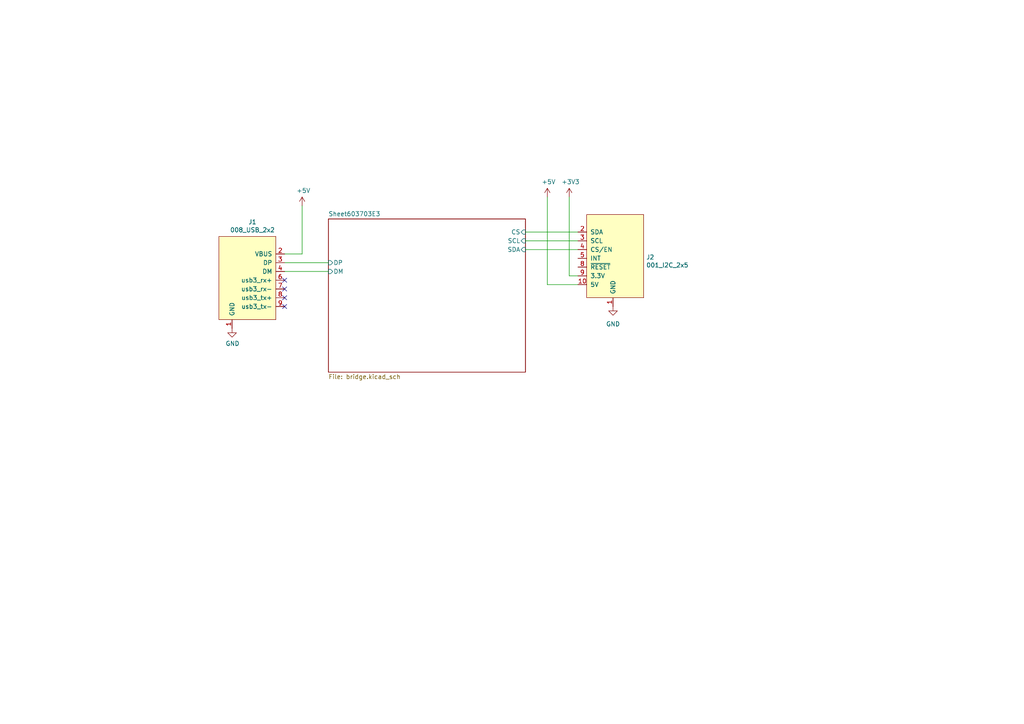
<source format=kicad_sch>
(kicad_sch (version 20211123) (generator eeschema)

  (uuid 75286985-9fa5-4d30-89c5-493b6e63cd66)

  (paper "A4")

  (lib_symbols
    (symbol "power:+3.3V" (power) (pin_names (offset 0)) (in_bom yes) (on_board yes)
      (property "Reference" "#PWR" (id 0) (at 0 -3.81 0)
        (effects (font (size 1.27 1.27)) hide)
      )
      (property "Value" "+3.3V" (id 1) (at 0 3.556 0)
        (effects (font (size 1.27 1.27)))
      )
      (property "Footprint" "" (id 2) (at 0 0 0)
        (effects (font (size 1.27 1.27)) hide)
      )
      (property "Datasheet" "" (id 3) (at 0 0 0)
        (effects (font (size 1.27 1.27)) hide)
      )
      (property "ki_keywords" "power-flag" (id 4) (at 0 0 0)
        (effects (font (size 1.27 1.27)) hide)
      )
      (property "ki_description" "Power symbol creates a global label with name \"+3.3V\"" (id 5) (at 0 0 0)
        (effects (font (size 1.27 1.27)) hide)
      )
      (symbol "+3.3V_0_1"
        (polyline
          (pts
            (xy -0.762 1.27)
            (xy 0 2.54)
          )
          (stroke (width 0) (type default) (color 0 0 0 0))
          (fill (type none))
        )
        (polyline
          (pts
            (xy 0 0)
            (xy 0 2.54)
          )
          (stroke (width 0) (type default) (color 0 0 0 0))
          (fill (type none))
        )
        (polyline
          (pts
            (xy 0 2.54)
            (xy 0.762 1.27)
          )
          (stroke (width 0) (type default) (color 0 0 0 0))
          (fill (type none))
        )
      )
      (symbol "+3.3V_1_1"
        (pin power_in line (at 0 0 90) (length 0) hide
          (name "+3V3" (effects (font (size 1.27 1.27))))
          (number "1" (effects (font (size 1.27 1.27))))
        )
      )
    )
    (symbol "power:+5V" (power) (pin_names (offset 0)) (in_bom yes) (on_board yes)
      (property "Reference" "#PWR" (id 0) (at 0 -3.81 0)
        (effects (font (size 1.27 1.27)) hide)
      )
      (property "Value" "+5V" (id 1) (at 0 3.556 0)
        (effects (font (size 1.27 1.27)))
      )
      (property "Footprint" "" (id 2) (at 0 0 0)
        (effects (font (size 1.27 1.27)) hide)
      )
      (property "Datasheet" "" (id 3) (at 0 0 0)
        (effects (font (size 1.27 1.27)) hide)
      )
      (property "ki_keywords" "power-flag" (id 4) (at 0 0 0)
        (effects (font (size 1.27 1.27)) hide)
      )
      (property "ki_description" "Power symbol creates a global label with name \"+5V\"" (id 5) (at 0 0 0)
        (effects (font (size 1.27 1.27)) hide)
      )
      (symbol "+5V_0_1"
        (polyline
          (pts
            (xy -0.762 1.27)
            (xy 0 2.54)
          )
          (stroke (width 0) (type default) (color 0 0 0 0))
          (fill (type none))
        )
        (polyline
          (pts
            (xy 0 0)
            (xy 0 2.54)
          )
          (stroke (width 0) (type default) (color 0 0 0 0))
          (fill (type none))
        )
        (polyline
          (pts
            (xy 0 2.54)
            (xy 0.762 1.27)
          )
          (stroke (width 0) (type default) (color 0 0 0 0))
          (fill (type none))
        )
      )
      (symbol "+5V_1_1"
        (pin power_in line (at 0 0 90) (length 0) hide
          (name "+5V" (effects (font (size 1.27 1.27))))
          (number "1" (effects (font (size 1.27 1.27))))
        )
      )
    )
    (symbol "power:GND" (power) (pin_names (offset 0)) (in_bom yes) (on_board yes)
      (property "Reference" "#PWR" (id 0) (at 0 -6.35 0)
        (effects (font (size 1.27 1.27)) hide)
      )
      (property "Value" "GND" (id 1) (at 0 -3.81 0)
        (effects (font (size 1.27 1.27)))
      )
      (property "Footprint" "" (id 2) (at 0 0 0)
        (effects (font (size 1.27 1.27)) hide)
      )
      (property "Datasheet" "" (id 3) (at 0 0 0)
        (effects (font (size 1.27 1.27)) hide)
      )
      (property "ki_keywords" "power-flag" (id 4) (at 0 0 0)
        (effects (font (size 1.27 1.27)) hide)
      )
      (property "ki_description" "Power symbol creates a global label with name \"GND\" , ground" (id 5) (at 0 0 0)
        (effects (font (size 1.27 1.27)) hide)
      )
      (symbol "GND_0_1"
        (polyline
          (pts
            (xy 0 0)
            (xy 0 -1.27)
            (xy 1.27 -1.27)
            (xy 0 -2.54)
            (xy -1.27 -1.27)
            (xy 0 -1.27)
          )
          (stroke (width 0) (type default) (color 0 0 0 0))
          (fill (type none))
        )
      )
      (symbol "GND_1_1"
        (pin power_in line (at 0 0 270) (length 0) hide
          (name "GND" (effects (font (size 1.27 1.27))))
          (number "1" (effects (font (size 1.27 1.27))))
        )
      )
    )
    (symbol "put_on_edge:001_I2C" (pin_names (offset 1.016)) (in_bom yes) (on_board yes)
      (property "Reference" "J" (id 0) (at -2.54 13.97 0)
        (effects (font (size 1.27 1.27)))
      )
      (property "Value" "001_I2C" (id 1) (at 8.89 13.97 0)
        (effects (font (size 1.27 1.27)))
      )
      (property "Footprint" "" (id 2) (at 7.62 16.51 0)
        (effects (font (size 1.27 1.27)) hide)
      )
      (property "Datasheet" "" (id 3) (at 7.62 16.51 0)
        (effects (font (size 1.27 1.27)) hide)
      )
      (symbol "001_I2C_0_1"
        (rectangle (start -8.89 12.7) (end 7.62 -11.43)
          (stroke (width 0) (type default) (color 0 0 0 0))
          (fill (type background))
        )
      )
      (symbol "001_I2C_1_1"
        (pin power_in line (at -1.27 -13.97 90) (length 2.54)
          (name "GND" (effects (font (size 1.27 1.27))))
          (number "1" (effects (font (size 1.27 1.27))))
        )
        (pin power_in line (at -11.43 -7.62 0) (length 2.54)
          (name "5V" (effects (font (size 1.27 1.27))))
          (number "10" (effects (font (size 1.27 1.27))))
        )
        (pin bidirectional line (at -11.43 7.62 0) (length 2.54)
          (name "SDA" (effects (font (size 1.27 1.27))))
          (number "2" (effects (font (size 1.27 1.27))))
        )
        (pin bidirectional line (at -11.43 5.08 0) (length 2.54)
          (name "SCL" (effects (font (size 1.27 1.27))))
          (number "3" (effects (font (size 1.27 1.27))))
        )
        (pin bidirectional line (at -11.43 2.54 0) (length 2.54)
          (name "CS/EN" (effects (font (size 1.27 1.27))))
          (number "4" (effects (font (size 1.27 1.27))))
        )
        (pin bidirectional line (at -11.43 0 0) (length 2.54)
          (name "INT" (effects (font (size 1.27 1.27))))
          (number "5" (effects (font (size 1.27 1.27))))
        )
        (pin bidirectional line (at -11.43 -2.54 0) (length 2.54)
          (name "~{RESET}" (effects (font (size 1.27 1.27))))
          (number "8" (effects (font (size 1.27 1.27))))
        )
        (pin power_in line (at -11.43 -5.08 0) (length 2.54)
          (name "3.3V" (effects (font (size 1.27 1.27))))
          (number "9" (effects (font (size 1.27 1.27))))
        )
      )
    )
    (symbol "put_on_edge:008_USB" (pin_names (offset 1.016)) (in_bom yes) (on_board yes)
      (property "Reference" "J" (id 0) (at -2.54 13.97 0)
        (effects (font (size 1.27 1.27)))
      )
      (property "Value" "008_USB" (id 1) (at 8.89 13.97 0)
        (effects (font (size 1.27 1.27)))
      )
      (property "Footprint" "" (id 2) (at 7.62 16.51 0)
        (effects (font (size 1.27 1.27)) hide)
      )
      (property "Datasheet" "" (id 3) (at 7.62 16.51 0)
        (effects (font (size 1.27 1.27)) hide)
      )
      (symbol "008_USB_0_1"
        (rectangle (start -8.89 12.7) (end 7.62 -11.43)
          (stroke (width 0) (type default) (color 0 0 0 0))
          (fill (type background))
        )
      )
      (symbol "008_USB_1_1"
        (pin power_in line (at 3.81 -13.97 90) (length 2.54)
          (name "GND" (effects (font (size 1.27 1.27))))
          (number "1" (effects (font (size 1.27 1.27))))
        )
        (pin power_in line (at -11.43 7.62 0) (length 2.54)
          (name "VBUS" (effects (font (size 1.27 1.27))))
          (number "2" (effects (font (size 1.27 1.27))))
        )
        (pin bidirectional line (at -11.43 5.08 0) (length 2.54)
          (name "DP" (effects (font (size 1.27 1.27))))
          (number "3" (effects (font (size 1.27 1.27))))
        )
        (pin bidirectional line (at -11.43 2.54 0) (length 2.54)
          (name "DM" (effects (font (size 1.27 1.27))))
          (number "4" (effects (font (size 1.27 1.27))))
        )
        (pin input line (at -11.43 0 0) (length 2.54)
          (name "usb3_rx+" (effects (font (size 1.27 1.27))))
          (number "6" (effects (font (size 1.27 1.27))))
        )
        (pin input line (at -11.43 -2.54 0) (length 2.54)
          (name "usb3_rx-" (effects (font (size 1.27 1.27))))
          (number "7" (effects (font (size 1.27 1.27))))
        )
        (pin input line (at -11.43 -5.08 0) (length 2.54)
          (name "usb3_tx+" (effects (font (size 1.27 1.27))))
          (number "8" (effects (font (size 1.27 1.27))))
        )
        (pin input line (at -11.43 -7.62 0) (length 2.54)
          (name "usb3_tx-" (effects (font (size 1.27 1.27))))
          (number "9" (effects (font (size 1.27 1.27))))
        )
      )
    )
  )


  (no_connect (at 82.55 81.28) (uuid 18a2871d-6d5a-4f15-94e8-26022d684fda))
  (no_connect (at 82.55 83.82) (uuid 5d4ed327-3cb5-4ac9-967c-cd22fb11a611))
  (no_connect (at 82.55 86.36) (uuid e07fc47c-ca3f-4e5c-bfd8-26e951fa3a0c))
  (no_connect (at 82.55 88.9) (uuid ffba303a-b70c-4f6b-9676-73cb48e7d4ed))

  (wire (pts (xy 167.64 69.85) (xy 152.4 69.85))
    (stroke (width 0) (type default) (color 0 0 0 0))
    (uuid 13475e15-f37c-4de8-857e-1722b0c39513)
  )
  (wire (pts (xy 152.4 72.39) (xy 167.64 72.39))
    (stroke (width 0) (type default) (color 0 0 0 0))
    (uuid 2732632c-4768-42b6-bf7f-14643424019e)
  )
  (wire (pts (xy 167.64 67.31) (xy 152.4 67.31))
    (stroke (width 0) (type default) (color 0 0 0 0))
    (uuid 3dcc657b-55a1-48e0-9667-e01e7b6b08b5)
  )
  (wire (pts (xy 87.63 59.69) (xy 87.63 73.66))
    (stroke (width 0) (type default) (color 0 0 0 0))
    (uuid 4e3d7c0d-12e3-42f2-b944-e4bcdbbcac2a)
  )
  (wire (pts (xy 158.75 82.55) (xy 167.64 82.55))
    (stroke (width 0) (type default) (color 0 0 0 0))
    (uuid 504b8fc1-c34f-45e6-9a7f-a2c8c5f8cda6)
  )
  (wire (pts (xy 82.55 76.2) (xy 95.25 76.2))
    (stroke (width 0) (type default) (color 0 0 0 0))
    (uuid 712d6a7d-2b62-464f-b745-fd2a6b0187f6)
  )
  (wire (pts (xy 165.1 80.01) (xy 167.64 80.01))
    (stroke (width 0) (type default) (color 0 0 0 0))
    (uuid a3275117-d7de-4538-969b-bf6848e479c2)
  )
  (wire (pts (xy 87.63 73.66) (xy 82.55 73.66))
    (stroke (width 0) (type default) (color 0 0 0 0))
    (uuid aa02e544-13f5-4cf8-a5f4-3e6cda006090)
  )
  (wire (pts (xy 82.55 78.74) (xy 95.25 78.74))
    (stroke (width 0) (type default) (color 0 0 0 0))
    (uuid b3d08afa-f296-4e3b-8825-73b6331d35bf)
  )
  (wire (pts (xy 165.1 57.15) (xy 165.1 80.01))
    (stroke (width 0) (type default) (color 0 0 0 0))
    (uuid b7821b2b-3f93-453e-80b7-a919be68a297)
  )
  (wire (pts (xy 158.75 57.15) (xy 158.75 82.55))
    (stroke (width 0) (type default) (color 0 0 0 0))
    (uuid e387b448-4033-43c7-90f0-0d2070c24ab2)
  )

  (symbol (lib_id "put_on_edge:008_USB") (at 71.12 81.28 0) (mirror y) (unit 1)
    (in_bom yes) (on_board yes)
    (uuid 00000000-0000-0000-0000-00006036e1af)
    (property "Reference" "J1" (id 0) (at 73.2282 64.389 0))
    (property "Value" "008_USB_2x2" (id 1) (at 73.2282 66.7004 0))
    (property "Footprint" "on_edge:on_edge_2x02_device" (id 2) (at 63.5 64.77 0)
      (effects (font (size 1.27 1.27)) hide)
    )
    (property "Datasheet" "" (id 3) (at 63.5 64.77 0)
      (effects (font (size 1.27 1.27)) hide)
    )
    (pin "1" (uuid 07f5ac9a-8b6f-4906-8a20-cf0809858635))
    (pin "2" (uuid 5176d4fb-d06f-4620-a08a-213e466c1dc6))
    (pin "3" (uuid 885ebe43-b6ad-42fe-bc71-d7c9ebc3d292))
    (pin "4" (uuid 78c93809-c958-455d-931e-82166c718317))
    (pin "6" (uuid decebb63-78be-45a9-a16b-6629c1a29ae4))
    (pin "7" (uuid 14487c69-7e4d-4051-a246-9c0d2c371e91))
    (pin "8" (uuid d32173e2-0d4e-4188-9144-cbb37879ea2e))
    (pin "9" (uuid e2c631e5-aac8-4c66-8243-d3845672ca37))
  )

  (symbol (lib_id "power:GND") (at 67.31 95.25 0) (unit 1)
    (in_bom yes) (on_board yes)
    (uuid 00000000-0000-0000-0000-000060371938)
    (property "Reference" "#PWR0101" (id 0) (at 67.31 101.6 0)
      (effects (font (size 1.27 1.27)) hide)
    )
    (property "Value" "GND" (id 1) (at 67.437 99.6442 0))
    (property "Footprint" "" (id 2) (at 67.31 95.25 0)
      (effects (font (size 1.27 1.27)) hide)
    )
    (property "Datasheet" "" (id 3) (at 67.31 95.25 0)
      (effects (font (size 1.27 1.27)) hide)
    )
    (pin "1" (uuid 5871c811-b529-4e92-9958-3b0a87e16c6d))
  )

  (symbol (lib_id "put_on_edge:001_I2C") (at 179.07 74.93 0) (unit 1)
    (in_bom yes) (on_board yes)
    (uuid 00000000-0000-0000-0000-0000603bf1bf)
    (property "Reference" "J2" (id 0) (at 187.4012 74.5998 0)
      (effects (font (size 1.27 1.27)) (justify left))
    )
    (property "Value" "001_I2C_2x5" (id 1) (at 187.4012 76.9112 0)
      (effects (font (size 1.27 1.27)) (justify left))
    )
    (property "Footprint" "on_edge:on_edge_2x05_device" (id 2) (at 186.69 58.42 0)
      (effects (font (size 1.27 1.27)) hide)
    )
    (property "Datasheet" "" (id 3) (at 186.69 58.42 0)
      (effects (font (size 1.27 1.27)) hide)
    )
    (pin "1" (uuid 1ac507d6-1473-4dee-88e8-4ede4e009385))
    (pin "10" (uuid 6281ebbb-35e7-4c8d-ad07-5d6ab74e0763))
    (pin "2" (uuid 09118278-a3fb-4e56-92ba-18a4cf132197))
    (pin "3" (uuid 500073c1-0fa8-4528-a7af-5be89a04c2f5))
    (pin "4" (uuid 90c55946-f96a-4393-a762-855d95bd073d))
    (pin "5" (uuid f5dcd114-3b51-45d4-b8b9-ae49a7311eec))
    (pin "8" (uuid 7ecc8430-1d85-4bae-a0a6-7ed9710be556))
    (pin "9" (uuid 0b3227c6-fd96-426f-9aea-13a31e9981b7))
  )

  (symbol (lib_id "power:GND") (at 177.8 88.9 0) (unit 1)
    (in_bom yes) (on_board yes)
    (uuid 00000000-0000-0000-0000-0000603c044f)
    (property "Reference" "#PWR0120" (id 0) (at 177.8 95.25 0)
      (effects (font (size 1.27 1.27)) hide)
    )
    (property "Value" "GND" (id 1) (at 177.8 93.98 0))
    (property "Footprint" "" (id 2) (at 177.8 88.9 0)
      (effects (font (size 1.27 1.27)) hide)
    )
    (property "Datasheet" "" (id 3) (at 177.8 88.9 0)
      (effects (font (size 1.27 1.27)) hide)
    )
    (pin "1" (uuid 4ecb2b4a-11ce-4826-a275-6b3d9bfe4828))
  )

  (symbol (lib_id "power:+5V") (at 87.63 59.69 0)
    (in_bom yes) (on_board yes)
    (uuid 00000000-0000-0000-0000-0000603c0eed)
    (property "Reference" "#PWR0121" (id 0) (at 87.63 63.5 0)
      (effects (font (size 1.27 1.27)) hide)
    )
    (property "Value" "+5V" (id 1) (at 88.011 55.2958 0))
    (property "Footprint" "" (id 2) (at 87.63 59.69 0)
      (effects (font (size 1.27 1.27)) hide)
    )
    (property "Datasheet" "" (id 3) (at 87.63 59.69 0)
      (effects (font (size 1.27 1.27)) hide)
    )
    (pin "1" (uuid 0cd43162-d8ba-4471-8d8c-262ecff93e7b))
  )

  (symbol (lib_id "power:+5V") (at 158.75 57.15 0)
    (in_bom yes) (on_board yes)
    (uuid 00000000-0000-0000-0000-0000603c1501)
    (property "Reference" "#PWR0122" (id 0) (at 158.75 60.96 0)
      (effects (font (size 1.27 1.27)) hide)
    )
    (property "Value" "+5V" (id 1) (at 159.131 52.7558 0))
    (property "Footprint" "" (id 2) (at 158.75 57.15 0)
      (effects (font (size 1.27 1.27)) hide)
    )
    (property "Datasheet" "" (id 3) (at 158.75 57.15 0)
      (effects (font (size 1.27 1.27)) hide)
    )
    (pin "1" (uuid f466f331-9d36-49b0-9c4d-1d6ed3415d0b))
  )

  (symbol (lib_id "power:+3.3V") (at 165.1 57.15 0) (unit 1)
    (in_bom yes) (on_board yes)
    (uuid 00000000-0000-0000-0000-0000603c1a9e)
    (property "Reference" "#PWR0123" (id 0) (at 165.1 60.96 0)
      (effects (font (size 1.27 1.27)) hide)
    )
    (property "Value" "+3.3V" (id 1) (at 165.481 52.7558 0))
    (property "Footprint" "" (id 2) (at 165.1 57.15 0)
      (effects (font (size 1.27 1.27)) hide)
    )
    (property "Datasheet" "" (id 3) (at 165.1 57.15 0)
      (effects (font (size 1.27 1.27)) hide)
    )
    (pin "1" (uuid c2a72d82-f368-4ea1-8f2e-2984d3dd580d))
  )

  (sheet (at 95.25 63.5) (size 57.15 44.45) (fields_autoplaced)
    (stroke (width 0) (type solid) (color 0 0 0 0))
    (fill (color 0 0 0 0.0000))
    (uuid 00000000-0000-0000-0000-0000603703e4)
    (property "Sheet name" "Sheet603703E3" (id 0) (at 95.25 62.7884 0)
      (effects (font (size 1.27 1.27)) (justify left bottom))
    )
    (property "Sheet file" "bridge.kicad_sch" (id 1) (at 95.25 108.5346 0)
      (effects (font (size 1.27 1.27)) (justify left top))
    )
    (pin "DP" input (at 95.25 76.2 180)
      (effects (font (size 1.27 1.27)) (justify left))
      (uuid 68e09be7-3bbc-4443-a838-209ce20b2bef)
    )
    (pin "DM" input (at 95.25 78.74 180)
      (effects (font (size 1.27 1.27)) (justify left))
      (uuid 67621f9e-0a6a-4778-ad69-04dcf300659c)
    )
    (pin "SCL" input (at 152.4 69.85 0)
      (effects (font (size 1.27 1.27)) (justify right))
      (uuid 128e34ce-eee7-477d-b905-a493e98db783)
    )
    (pin "SDA" input (at 152.4 72.39 0)
      (effects (font (size 1.27 1.27)) (justify right))
      (uuid c801d42e-dd94-493e-bd2f-6c3ddad43f55)
    )
    (pin "CS" input (at 152.4 67.31 0)
      (effects (font (size 1.27 1.27)) (justify right))
      (uuid 3172f2e2-18d2-4a80-ae30-5707b3409798)
    )
  )

  (sheet_instances
    (path "/" (page "1"))
    (path "/00000000-0000-0000-0000-0000603703e4" (page "2"))
  )

  (symbol_instances
    (path "/00000000-0000-0000-0000-000060371938"
      (reference "#PWR0101") (unit 1) (value "GND") (footprint "")
    )
    (path "/00000000-0000-0000-0000-0000603703e4/00000000-0000-0000-0000-0000603a98a1"
      (reference "#PWR0102") (unit 1) (value "GND") (footprint "")
    )
    (path "/00000000-0000-0000-0000-0000603703e4/00000000-0000-0000-0000-0000603aa012"
      (reference "#PWR0103") (unit 1) (value "GND") (footprint "")
    )
    (path "/00000000-0000-0000-0000-0000603703e4/00000000-0000-0000-0000-0000603ab4fd"
      (reference "#PWR0104") (unit 1) (value "+3.3V") (footprint "")
    )
    (path "/00000000-0000-0000-0000-0000603703e4/00000000-0000-0000-0000-0000603abee0"
      (reference "#PWR0105") (unit 1) (value "+3.3V") (footprint "")
    )
    (path "/00000000-0000-0000-0000-0000603703e4/00000000-0000-0000-0000-0000603ac557"
      (reference "#PWR0106") (unit 1) (value "+3.3V") (footprint "")
    )
    (path "/00000000-0000-0000-0000-0000603703e4/00000000-0000-0000-0000-0000603ad065"
      (reference "#PWR0107") (unit 1) (value "+3.3V") (footprint "")
    )
    (path "/00000000-0000-0000-0000-0000603703e4/00000000-0000-0000-0000-0000603af823"
      (reference "#PWR0108") (unit 1) (value "GND") (footprint "")
    )
    (path "/00000000-0000-0000-0000-0000603703e4/00000000-0000-0000-0000-0000603b031f"
      (reference "#PWR0109") (unit 1) (value "GND") (footprint "")
    )
    (path "/00000000-0000-0000-0000-0000603703e4/00000000-0000-0000-0000-0000603b148c"
      (reference "#PWR0110") (unit 1) (value "GND") (footprint "")
    )
    (path "/00000000-0000-0000-0000-0000603703e4/00000000-0000-0000-0000-0000603b1af2"
      (reference "#PWR0111") (unit 1) (value "+3.3V") (footprint "")
    )
    (path "/00000000-0000-0000-0000-0000603703e4/00000000-0000-0000-0000-0000603b2c95"
      (reference "#PWR0112") (unit 1) (value "GND") (footprint "")
    )
    (path "/00000000-0000-0000-0000-0000603703e4/00000000-0000-0000-0000-0000603b2c9b"
      (reference "#PWR0113") (unit 1) (value "+3.3V") (footprint "")
    )
    (path "/00000000-0000-0000-0000-0000603703e4/00000000-0000-0000-0000-0000603b35df"
      (reference "#PWR0114") (unit 1) (value "GND") (footprint "")
    )
    (path "/00000000-0000-0000-0000-0000603703e4/00000000-0000-0000-0000-0000603b3e5a"
      (reference "#PWR0115") (unit 1) (value "GND") (footprint "")
    )
    (path "/00000000-0000-0000-0000-0000603703e4/00000000-0000-0000-0000-0000603b4115"
      (reference "#PWR0116") (unit 1) (value "+5V") (footprint "")
    )
    (path "/00000000-0000-0000-0000-0000603703e4/00000000-0000-0000-0000-0000603b5214"
      (reference "#PWR0117") (unit 1) (value "+5V") (footprint "")
    )
    (path "/00000000-0000-0000-0000-0000603703e4/00000000-0000-0000-0000-0000603b575f"
      (reference "#PWR0118") (unit 1) (value "+5V") (footprint "")
    )
    (path "/00000000-0000-0000-0000-0000603703e4/00000000-0000-0000-0000-0000603b62ea"
      (reference "#PWR0119") (unit 1) (value "+5V") (footprint "")
    )
    (path "/00000000-0000-0000-0000-0000603c044f"
      (reference "#PWR0120") (unit 1) (value "GND") (footprint "")
    )
    (path "/00000000-0000-0000-0000-0000603c0eed"
      (reference "#PWR0121") (unit 1) (value "+5V") (footprint "")
    )
    (path "/00000000-0000-0000-0000-0000603c1501"
      (reference "#PWR0122") (unit 1) (value "+5V") (footprint "")
    )
    (path "/00000000-0000-0000-0000-0000603c1a9e"
      (reference "#PWR0123") (unit 1) (value "+3.3V") (footprint "")
    )
    (path "/00000000-0000-0000-0000-0000603703e4/00000000-0000-0000-0000-0000603afe96"
      (reference "C1") (unit 1) (value "10nF") (footprint "Capacitor_SMD:C_0603_1608Metric")
    )
    (path "/00000000-0000-0000-0000-0000603703e4/00000000-0000-0000-0000-0000603b0cc4"
      (reference "C2") (unit 1) (value "100nF") (footprint "Capacitor_SMD:C_0603_1608Metric")
    )
    (path "/00000000-0000-0000-0000-0000603703e4/00000000-0000-0000-0000-0000603b2c8f"
      (reference "C3") (unit 1) (value "100nF") (footprint "Capacitor_SMD:C_0603_1608Metric")
    )
    (path "/00000000-0000-0000-0000-0000603703e4/00000000-0000-0000-0000-0000603b35d9"
      (reference "C4") (unit 1) (value "4.7uF") (footprint "Capacitor_SMD:C_0603_1608Metric")
    )
    (path "/00000000-0000-0000-0000-0000603703e4/00000000-0000-0000-0000-0000603b3e54"
      (reference "C5") (unit 1) (value "100nF") (footprint "Capacitor_SMD:C_0603_1608Metric")
    )
    (path "/00000000-0000-0000-0000-00006036e1af"
      (reference "J1") (unit 1) (value "008_USB_2x2") (footprint "on_edge:on_edge_2x02_device")
    )
    (path "/00000000-0000-0000-0000-0000603bf1bf"
      (reference "J2") (unit 1) (value "001_I2C_2x5") (footprint "on_edge:on_edge_2x05_device")
    )
    (path "/00000000-0000-0000-0000-0000603703e4/00000000-0000-0000-0000-0000603b6fc3"
      (reference "R1") (unit 1) (value "27R") (footprint "Resistor_SMD:R_0603_1608Metric")
    )
    (path "/00000000-0000-0000-0000-0000603703e4/00000000-0000-0000-0000-0000603b78c1"
      (reference "R2") (unit 1) (value "27R") (footprint "Resistor_SMD:R_0603_1608Metric")
    )
    (path "/00000000-0000-0000-0000-0000603703e4/00000000-0000-0000-0000-0000603ae4fc"
      (reference "R3") (unit 1) (value "1k") (footprint "Resistor_SMD:R_0603_1608Metric")
    )
    (path "/00000000-0000-0000-0000-0000603703e4/00000000-0000-0000-0000-0000603ae913"
      (reference "R4") (unit 1) (value "1k") (footprint "Resistor_SMD:R_0603_1608Metric")
    )
    (path "/00000000-0000-0000-0000-0000603703e4/00000000-0000-0000-0000-0000603aa95a"
      (reference "R5") (unit 1) (value "1k") (footprint "Resistor_SMD:R_0603_1608Metric")
    )
    (path "/00000000-0000-0000-0000-0000603703e4/00000000-0000-0000-0000-0000603aafa9"
      (reference "R6") (unit 1) (value "1k") (footprint "Resistor_SMD:R_0603_1608Metric")
    )
    (path "/00000000-0000-0000-0000-0000603703e4/00000000-0000-0000-0000-0000603ae2af"
      (reference "U1") (unit 1) (value "FT201XS") (footprint "Package_SO:SSOP-16_3.9x4.9mm_P0.635mm")
    )
  )
)

</source>
